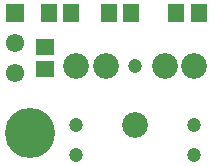
<source format=gts>
G04 DipTrace 3.0.0.2*
G04 WellMonitorSingle.gts*
%MOIN*%
G04 #@! TF.FileFunction,Soldermask,Top*
G04 #@! TF.Part,Single*
%AMOUTLINE1*
4,1,4,
0.026591,0.030528,
0.026591,-0.030528,
-0.026591,-0.030528,
-0.026591,0.030528,
0.026591,0.030528,
0*%
%ADD17C,0.086*%
%ADD23C,0.047244*%
%ADD27C,0.167*%
%ADD29C,0.061055*%
%ADD31R,0.061055X0.061055*%
%ADD33R,0.061055X0.053181*%
%ADD37R,0.053181X0.061055*%
%ADD43OUTLINE1*%
%FSLAX26Y26*%
G04*
G70*
G90*
G75*
G01*
G04 TopMask*
%LPD*%
D27*
X543701Y543701D3*
D37*
X606299Y943701D3*
X681103D3*
D17*
X893701Y568701D3*
X795276Y765551D3*
X696851D3*
X992126D3*
X1090551D3*
D23*
X696851Y568701D3*
Y470276D3*
X1090551D3*
Y568701D3*
X893701Y765551D3*
D33*
X593701Y831103D3*
Y756299D3*
D37*
X1106103Y943701D3*
X1031299D3*
D43*
X881103D3*
X806299D3*
D31*
X493701D3*
D29*
Y843701D3*
Y743701D3*
M02*

</source>
